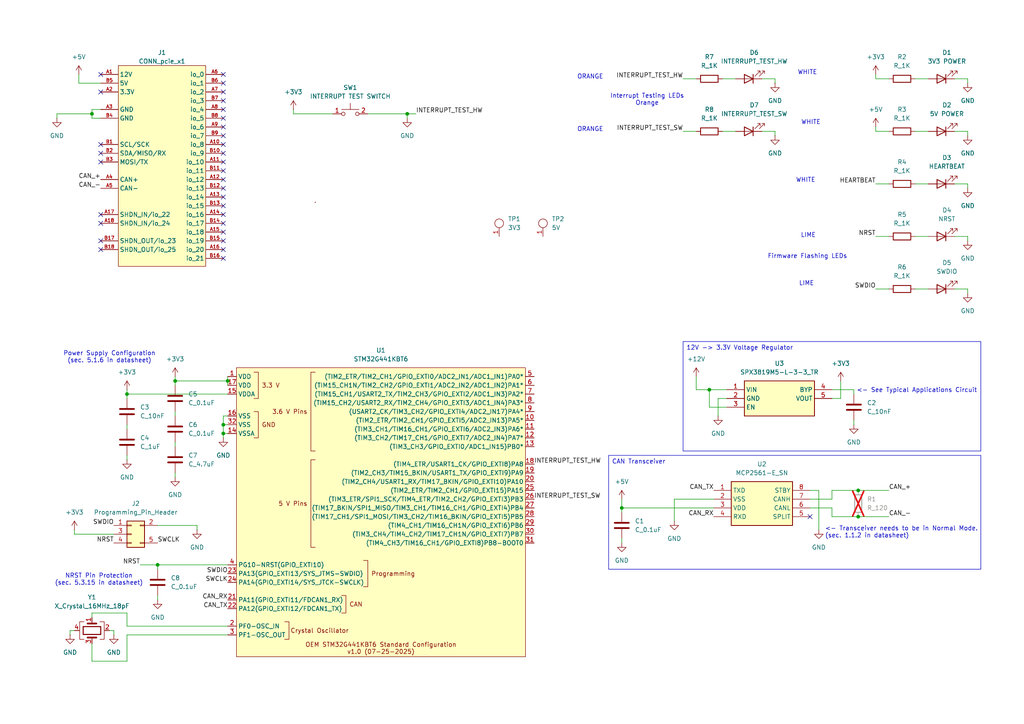
<source format=kicad_sch>
(kicad_sch (version 20250114) (generator "eeschema") (generator_version "9.0")
  (paper "A4")
  (title_block (title "STM32G441KBT6 Development Board") (comment 1 "Hardware: Henry Tejada Deras; Firmware: Jacob Likins"))
  (lib_symbols
    (symbol "OEM:CONN_pcie_x1"
      (property "Reference" "J1" (at 0 30.48 0))
      (property "Value" "CONN_pcie_x1" (at 0 27.94 0))
      (symbol "CONN_pcie_x1_1_1"
        (pin bidirectional line (at -17.78 24.13 0) (length 5) (name "12V") (number "A1"))
        (pin bidirectional line (at -17.78 21.59 0) (length 5) (name "5V") (number "B5"))
        (pin bidirectional line (at -17.78 19.05 0) (length 5) (name "3.3V") (number "A2"))
        (pin bidirectional line (at -17.78 13.97 0) (length 5) (name "GND") (number "A3"))
        (pin bidirectional line (at -17.78 11.43 0) (length 5) (name "GND") (number "B4"))
        (pin bidirectional line (at -17.78 3.81 0) (length 5) (name "SCL/SCK") (number "B1"))
        (pin bidirectional line (at -17.78 1.27 0) (length 5) (name "SDA/MISO/RX") (number "B2"))
        (pin bidirectional line (at -17.78 -1.27 0) (length 5) (name "MOSI/TX") (number "B3"))
        (pin bidirectional line (at -17.78 -6.35 0) (length 5) (name "CAN+") (number "A4"))
        (pin bidirectional line (at -17.78 -8.89 0) (length 5) (name "CAN-") (number "A5"))
        (pin bidirectional line (at -17.78 -16.51 0) (length 5) (name "SHDN_IN/io_22") (number "A17"))
        (pin bidirectional line (at -17.78 -19.05 0) (length 5) (name "SHDN_IN/io_24") (number "A18"))
        (pin bidirectional line (at -17.78 -24.13 0) (length 5) (name "SHDN_OUT/io_23") (number "B17"))
        (pin bidirectional line (at -17.78 -26.67 0) (length 5) (name "SHDN_OUT/io_25") (number "B18"))
        (pin bidirectional line (at 17.78 24.13 180) (length 5) (name "io_0") (number "A6"))
        (pin bidirectional line (at 17.78 21.59 180) (length 5) (name "io_1") (number "B6"))
        (pin bidirectional line (at 17.78 19.05 180) (length 5) (name "io_2") (number "A7"))
        (pin bidirectional line (at 17.78 16.51 180) (length 5) (name "io_3") (number "B7"))
        (pin bidirectional line (at 17.78 13.97 180) (length 5) (name "io_4") (number "A8"))
        (pin bidirectional line (at 17.78 11.43 180) (length 5) (name "io_5") (number "B8"))
        (pin bidirectional line (at 17.78 8.89 180) (length 5) (name "io_6") (number "A9"))
        (pin bidirectional line (at 17.78 6.35 180) (length 5) (name "io_7") (number "B9"))
        (pin bidirectional line (at 17.78 3.81 180) (length 5) (name "io_8") (number "A10"))
        (pin bidirectional line (at 17.78 1.27 180) (length 5) (name "io_9") (number "B10"))
        (pin bidirectional line (at 17.78 -1.27 180) (length 5) (name "io_10") (number "A11"))
        (pin bidirectional line (at 17.78 -3.81 180) (length 5) (name "io_11") (number "B11"))
        (pin bidirectional line (at 17.78 -6.35 180) (length 5) (name "io_12") (number "A12"))
        (pin bidirectional line (at 17.78 -8.89 180) (length 5) (name "io_13") (number "B12"))
        (pin bidirectional line (at 17.78 -11.43 180) (length 5) (name "io_14") (number "A13"))
        (pin bidirectional line (at 17.78 -13.97 180) (length 5) (name "io_15") (number "B13"))
        (pin bidirectional line (at 17.78 -16.51 180) (length 5) (name "io_16") (number "A14"))
        (pin bidirectional line (at 17.78 -19.05 180) (length 5) (name "io_17") (number "B14"))
        (pin bidirectional line (at 17.78 -21.59 180) (length 5) (name "io_18") (number "A15"))
        (pin bidirectional line (at 17.78 -24.13 180) (length 5) (name "io_19") (number "B15"))
        (pin bidirectional line (at 17.78 -26.67 180) (length 5) (name "io_20") (number "A16"))
        (pin bidirectional line (at 17.78 -29.21 180) (length 5) (name "io_21") (number "B16"))
      )
    )
    (symbol "OEM:C_0.1uF" (pin_numbers (hide yes)) (pin_names (offset 0.254))
      (property "Reference" "C" (at 0.635 2.54 0))
      (property "Value" "C_0.1uF" (at 0.635 -2.54 0))
      (symbol "C_0.1uF_1_1"
        (pin passive line (at 0 3.81 270) (length 2.794) (name "~") (number "1"))
        (pin passive line (at 0 -3.81 90) (length 2.794) (name "~") (number "2"))
      )
    )
    (symbol "OEM:C_10nF" (pin_numbers (hide yes)) (pin_names (offset 0.254))
      (property "Reference" "C" (at 0.635 2.54 0))
      (property "Value" "C_10nF" (at 0.635 -2.54 0))
      (symbol "C_10nF_1_1"
        (pin passive line (at 0 3.81 270) (length 2.794) (name "~") (number "1"))
        (pin passive line (at 0 -3.81 90) (length 2.794) (name "~") (number "2"))
      )
    )
    (symbol "OEM:C_1uF" (pin_numbers (hide yes)) (pin_names (offset 0.254))
      (property "Reference" "C" (at 0.635 2.54 0))
      (property "Value" "C_1uF" (at 0.635 -2.54 0))
      (symbol "C_1uF_1_1"
        (pin passive line (at 0 3.81 270) (length 2.794) (name "~") (number "1"))
        (pin passive line (at 0 -3.81 90) (length 2.794) (name "~") (number "2"))
      )
    )
    (symbol "OEM:C_4.7uF" (pin_numbers (hide yes)) (pin_names (offset 0.254))
      (property "Reference" "C" (at 0.635 2.54 0))
      (property "Value" "C_4.7uF" (at 0.635 -2.54 0))
      (symbol "C_4.7uF_1_1"
        (pin passive line (at 0 3.81 270) (length 2.794) (name "~") (number "1"))
        (pin passive line (at 0 -3.81 90) (length 2.794) (name "~") (number "2"))
      )
    )
    (symbol "OEM:LED_AMBER" (pin_numbers (hide yes)) (pin_names (offset 1.016) (hide yes))
      (property "Reference" "D" (at 0 2.54 0))
      (property "Value" "LED_AMBER" (at 0 -2.54 0))
      (symbol "LED_AMBER_1_1"
        (pin passive line (at -3.81 0 0) (length 2.54) (name "K") (number "1"))
        (pin passive line (at 3.81 0 180) (length 2.54) (name "A") (number "2"))
      )
    )
    (symbol "OEM:LED_GREEN" (pin_numbers (hide yes)) (pin_names (offset 1.016) (hide yes))
      (property "Reference" "D" (at 0 2.54 0))
      (property "Value" "LED_GREEN" (at 0 -2.54 0))
      (symbol "LED_GREEN_1_1"
        (pin passive line (at -3.81 0 0) (length 2.54) (name "K") (number "1"))
        (pin passive line (at 3.81 0 180) (length 2.54) (name "A") (number "2"))
      )
    )
    (symbol "OEM:LED_WHITE" (pin_numbers (hide yes)) (pin_names (offset 1.016) (hide yes))
      (property "Reference" "D" (at 0 2.54 0))
      (property "Value" "LED_WHITE" (at 0 -2.54 0))
      (symbol "LED_WHITE_1_1"
        (pin passive line (at -3.81 0 0) (length 2.54) (name "K") (number "1"))
        (pin passive line (at 3.81 0 180) (length 2.54) (name "A") (number "2"))
      )
    )
    (symbol "OEM:R_120" (pin_numbers (hide yes)) (pin_names (offset 0))
      (property "Reference" "R" (at 2.032 0 90))
      (property "Value" "R_120" (at 0 0 90))
      (symbol "R_120_1_1"
        (pin passive line (at 0 3.81 270) (length 1.27) (name "~") (number "1"))
        (pin passive line (at 0 -3.81 90) (length 1.27) (name "~") (number "2"))
      )
    )
    (symbol "OEM:R_1K" (pin_numbers (hide yes)) (pin_names (offset 0))
      (property "Reference" "R" (at 2.032 0 90))
      (property "Value" "R_1K" (at 0 0 90))
      (symbol "R_1K_1_1"
        (pin passive line (at 0 3.81 270) (length 1.27) (name "~") (number "1"))
        (pin passive line (at 0 -3.81 90) (length 1.27) (name "~") (number "2"))
      )
    )
    (symbol "OEM:SW_Push_SPST_NO" (pin_names (offset 1.016) (hide yes))
      (property "Reference" "SW" (at 2.54 3.81 0))
      (property "Value" "SW_Push_SPST_NO" (at 1.27 -2.54 0))
      (symbol "SW_Push_SPST_NO_1_1"
        (pin passive line (at -5.08 0 0) (length 2.54) (name "1") (number "1"))
        (pin passive line (at 5.08 0 180) (length 2.54) (name "2") (number "2"))
      )
    )
    (symbol "OEM:TP_SMD" (pin_names (offset 1.016))
      (property "Reference" "TP" (at 0 7.62 0))
      (property "Value" "TP_SMD" (at 1.27 5.08 0))
      (symbol "TP_SMD_1_1"
        (pin input line (at 0 -1.27 90) (length 2.54) (name "~") (number "1"))
      )
    )
    (symbol "OEM:X_Crystal_16MHz_18pF" (pin_names (offset 1.016) (hide yes))
      (property "Reference" "Y" (at 3.175 5.08 0))
      (property "Value" "X_Crystal_16MHz_18pF" (at 3.175 3.175 0))
      (symbol "X_Crystal_16MHz_18pF_1_1"
        (pin passive line (at -3.81 0 0) (length 1.27) (name "1") (number "1"))
        (pin passive line (at 0 5.08 270) (length 1.27) (name "2") (number "2"))
        (pin passive line (at 0 -5.08 90) (length 1.27) (name "4") (number "4"))
        (pin passive line (at 3.81 0 180) (length 1.27) (name "3") (number "3"))
      )
    )
    (symbol "power:+12V" (power) (pin_numbers (hide yes)) (pin_names (offset 0) (hide yes))
      (property "Value" "+12V" (at 0 3.556 0))
      (symbol "+12V_1_1"
        (pin power_in line (at 0 0 90) (length 0) (name "~") (number "1"))
      )
    )
    (symbol "power:+3V3" (power) (pin_numbers (hide yes)) (pin_names (offset 0) (hide yes))
      (property "Value" "+3V3" (at 0 3.556 0))
      (symbol "+3V3_1_1"
        (pin power_in line (at 0 0 90) (length 0) (name "~") (number "1"))
      )
    )
    (symbol "power:+5V" (power) (pin_numbers (hide yes)) (pin_names (offset 0) (hide yes))
      (property "Value" "+5V" (at 0 3.556 0))
      (symbol "+5V_1_1"
        (pin power_in line (at 0 0 90) (length 0) (name "~") (number "1"))
      )
    )
    (symbol "power:GND" (power) (pin_numbers (hide yes)) (pin_names (offset 0) (hide yes))
      (property "Value" "GND" (at 0 -3.81 0))
      (symbol "GND_1_1"
        (pin power_in line (at 0 0 270) (length 0) (name "~") (number "1"))
      )
    )
    (symbol "stm32g441kb:MCP2561-E_SN"
      (property "Reference" "U" (at 0 10.668 0))
      (property "Value" "MCP2561-E_SN" (at 0 8.382 0))
      (symbol "MCP2561-E_SN_1_1"
        (pin passive line (at -13.97 3.81 0) (length 5.08) (name "TXD") (number "1"))
        (pin passive line (at -13.97 1.27 0) (length 5.08) (name "VSS") (number "2"))
        (pin passive line (at -13.97 -1.27 0) (length 5.08) (name "VDD") (number "3"))
        (pin passive line (at -13.97 -3.81 0) (length 5.08) (name "RXD") (number "4"))
        (pin passive line (at 13.97 3.81 180) (length 5.08) (name "STBY") (number "8"))
        (pin passive line (at 13.97 1.27 180) (length 5.08) (name "CANH") (number "7"))
        (pin passive line (at 13.97 -1.27 180) (length 5.08) (name "CANL") (number "6"))
        (pin passive line (at 13.97 -3.81 180) (length 5.08) (name "SPLIT") (number "5"))
      )
    )
    (symbol "stm32g441kb:Programming_Pin_Header" (pin_names (offset 1.016) (hide yes))
      (property "Reference" "J" (at 1.27 5.08 0))
      (property "Value" "Programming_Pin_Header" (at 1.27 -5.08 0))
      (symbol "Programming_Pin_Header_1_1"
        (pin passive line (at -5.08 2.54 0) (length 3.81) (name "Pin_1") (number "1"))
        (pin passive line (at -5.08 0 0) (length 3.81) (name "Pin_3") (number "3"))
        (pin passive line (at -5.08 -2.54 0) (length 3.81) (name "Pin_4") (number "4"))
        (pin passive line (at 7.62 2.54 180) (length 3.81) (name "Pin_2") (number "2"))
        (pin passive line (at 7.62 -2.54 180) (length 3.81) (name "Pin_5") (number "5"))
      )
    )
    (symbol "stm32g441kb:SPX3819M5-L-3-3_TR"
      (property "Reference" "U" (at 0 10.16 0))
      (property "Value" "SPX3819M5-L-3-3_TR" (at 0 7.62 0))
      (symbol "SPX3819M5-L-3-3_TR_1_1"
        (pin passive line (at -15.24 2.54 0) (length 5.08) (name "VIN") (number "1"))
        (pin passive line (at -15.24 0 0) (length 5.08) (name "GND") (number "2"))
        (pin passive line (at -15.24 -2.54 0) (length 5.08) (name "EN") (number "3"))
        (pin passive line (at 15.24 2.54 180) (length 5.08) (name "BYP") (number "4"))
        (pin passive line (at 15.24 0 180) (length 5.08) (name "VOUT") (number "5"))
      )
    )
    (symbol "stm32g441kb:STM32G441KBT6"
      (property "Reference" "U" (at 0 45.72 0))
      (property "Value" "STM32G441KBT6" (at 0 43.434 0))
      (symbol "STM32G441KBT6_1_1"
        (text " 3.3 V" (at -35.56 36.83 0) (effects (font (size 1.27 1.27)) (justify left)))
        (text " GND" (at -35.56 25.4 0) (effects (font (size 1.27 1.27)) (justify left)))
        (text "3.6 V Pins " (at -20.32 29.21 0) (effects (font (size 1.27 1.27)) (justify right)))
        (text "5 V Pins " (at -20.32 2.54 0) (effects (font (size 1.27 1.27)) (justify right)))
        (text "Crystal Oscillator" (at -17.78 -34.29 0) (effects (font (size 1.27 1.27))))
        (text " CAN" (at -10.16 -26.67 0) (effects (font (size 1.27 1.27)) (justify left)))
        (text " Programming" (at -3.81 -17.78 0) (effects (font (size 1.27 1.27)) (justify left)))
        (text "OEM STM32G441KBT6 Standard Configuration\nv1.0 (07-25-2025)" (at 0 -39.37 0) (effects (font (size 1.27 1.27))))
        (pin power_in line (at -44.45 39.37 0) (length 2.54) (name "VDD") (number "1"))
        (pin power_in line (at -44.45 36.83 0) (length 2.54) (name "VDD") (number "17"))
        (pin power_in line (at -44.45 34.29 0) (length 2.54) (name "VDDA") (number "15"))
        (pin power_in line (at -44.45 27.94 0) (length 2.54) (name "VSS") (number "16"))
        (pin power_in line (at -44.45 25.4 0) (length 2.54) (name "VSS") (number "32"))
        (pin power_in line (at -44.45 22.86 0) (length 2.54) (name "VSSA") (number "14"))
        (pin bidirectional line (at -44.45 -15.24 0) (length 2.54) (name "PG10-NRST(GPIO_EXTI10)") (number "4"))
        (pin bidirectional line (at -44.45 -17.78 0) (length 2.54) (name "PA13(GPIO_EXTI13/SYS_JTMS-SWDIO)") (number "23"))
        (pin bidirectional line (at -44.45 -20.32 0) (length 2.54) (name "PA14(GPIO_EXTI14/SYS_JTCK-SWCLK)") (number "24"))
        (pin bidirectional line (at -44.45 -25.4 0) (length 2.54) (name "PA11(GPIO_EXTI11/FDCAN1_RX)") (number "21"))
        (pin bidirectional line (at -44.45 -27.94 0) (length 2.54) (name "PA12(GPIO_EXTI12/FDCAN1_TX)") (number "22"))
        (pin bidirectional line (at -44.45 -33.02 0) (length 2.54) (name "PF0-OSC_IN") (number "2"))
        (pin bidirectional line (at -44.45 -35.56 0) (length 2.54) (name "PF1-OSC_OUT") (number "3"))
        (pin bidirectional line (at 44.45 39.37 180) (length 2.54) (name "(TIM2_ETR/TIM2_CH1/GPIO_EXTI0/ADC2_IN1/ADC1_IN1)PA0*") (number "5"))
        (pin bidirectional line (at 44.45 36.83 180) (length 2.54) (name "(TIM15_CH1N/TIM2_CH2/GPIO_EXTI1/ADC2_IN2/ADC1_IN2)PA1*") (number "6"))
        (pin bidirectional line (at 44.45 34.29 180) (length 2.54) (name "(TIM15_CH1/USART2_TX/TIM2_CH3/GPIO_EXTI2/ADC1_IN3)PA2*") (number "7"))
        (pin bidirectional line (at 44.45 31.75 180) (length 2.54) (name "(TIM15_CH2/USART2_RX/TIM2_CH4/GPIO_EXTI3/ADC1_IN4)PA3*") (number "8"))
        (pin bidirectional line (at 44.45 29.21 180) (length 2.54) (name "(USART2_CK/TIM3_CH2/GPIO_EXTI4/ADC2_IN17)PA4*") (number "9"))
        (pin bidirectional line (at 44.45 26.67 180) (length 2.54) (name "(TIM2_ETR/TIM2_CH1/GPIO_EXTI5/ADC2_IN13)PA5*") (number "10"))
        (pin bidirectional line (at 44.45 24.13 180) (length 2.54) (name "(TIM3_CH1/TIM16_CH1/GPIO_EXTI6/ADC2_IN3)PA6*") (number "11"))
        (pin bidirectional line (at 44.45 21.59 180) (length 2.54) (name "(TIM3_CH2/TIM17_CH1/GPIO_EXTI7/ADC2_IN4)PA7*") (number "12"))
        (pin bidirectional line (at 44.45 19.05 180) (length 2.54) (name "(TIM3_CH3/GPIO_EXTI0/ADC1_IN15)PB0*") (number "13"))
        (pin bidirectional line (at 44.45 13.97 180) (length 2.54) (name "(TIM4_ETR/USART1_CK/GPIO_EXTI8)PA8") (number "18"))
        (pin bidirectional line (at 44.45 11.43 180) (length 2.54) (name "(TIM2_CH3/TIM15_BKIN/USART1_TX/GPIO_EXTI9)PA9") (number "19"))
        (pin bidirectional line (at 44.45 8.89 180) (length 2.54) (name "(TIM2_CH4/USART1_RX/TIM17_BKIN/GPIO_EXTI10)PA10") (number "20"))
        (pin bidirectional line (at 44.45 6.35 180) (length 2.54) (name "(TIM2_ETR/TIM2_CH1/GPIO_EXTI15)PA15") (number "25"))
        (pin bidirectional line (at 44.45 3.81 180) (length 2.54) (name "(TIM3_ETR/SPI1_SCK/TIM4_ETR/TIM2_CH2/GPIO_EXTI3)PB3") (number "26"))
        (pin bidirectional line (at 44.45 1.27 180) (length 2.54) (name "(TIM17_BKIN/SPI1_MISO/TIM3_CH1/TIM16_CH1/GPIO_EXTI4)PB4") (number "27"))
        (pin bidirectional line (at 44.45 -1.27 180) (length 2.54) (name "(TIM17_CH1/SPI1_MOSI/TIM3_CH2/TIM16_BKIN/GPIO_EXTI5)PB5") (number "28"))
        (pin bidirectional line (at 44.45 -3.81 180) (length 2.54) (name "(TIM4_CH1/TIM16_CH1N/GPIO_EXTI6)PB6") (number "29"))
        (pin bidirectional line (at 44.45 -6.35 180) (length 2.54) (name "(TIM3_CH4/TIM4_CH2/TIM17_CH1N/GPIO_EXTI7)PB7") (number "30"))
        (pin bidirectional line (at 44.45 -8.89 180) (length 2.54) (name "(TIM4_CH3/TIM16_CH1/GPIO_EXTI8)PB8-BOOT0") (number "31"))
      )
    )
  )
  (text "ORANGE" (at 171.196 37.592 0) (effects (font (size 1.27 1.27))))
  (text "WHITE" (at 234.188 21.082 0) (effects (font (size 1.27 1.27))))
  (text "LIME" (at 233.934 82.296 0) (effects (font (size 1.27 1.27))))
  (text "<- Transceiver needs to be in Normal Mode.\n(sec. 1.1.2 in datasheet)" (at 239.268 154.432 0) (effects (font (size 1.27 1.27)) (justify left)))
  (text "Interrupt Testing LEDs\nOrange" (at 187.706 28.956 0) (effects (font (size 1.27 1.27))))
  (text "LIME" (at 234.442 68.326 0) (effects (font (size 1.27 1.27))))
  (text "NRST Pin Protection\n(sec. 5.3.15 in datasheet)" (at 28.702 168.148 0) (effects (font (size 1.27 1.27))))
  (text "WHITE" (at 233.68 52.324 0) (effects (font (size 1.27 1.27))))
  (text "Power Supply Configuration\n(sec. 5.1.6 in datasheet)" (at 31.75 103.632 0) (effects (font (size 1.27 1.27))))
  (text "ORANGE" (at 171.196 22.352 0) (effects (font (size 1.27 1.27))))
  (text "WHITE" (at 235.204 35.56 0) (effects (font (size 1.27 1.27))))
  (text "Firmware Flashing LEDs" (at 234.188 74.422 0) (effects (font (size 1.27 1.27))))
  (text "<- See Typical Applications Circuit" (at 265.938 113.284 0) (effects (font (size 1.27 1.27))))
  (text_box "12V -> 3.3V Voltage Regulator" (at 198.12 99.06 0) (size 86.36 31.75) (margins 0.9525 0.9525 0.9525 0.9525) (effects (font (size 1.27 1.27)) (justify left top)))
  (text_box "CAN Transceiver" (at 176.53 132.08 0) (size 107.95 33.02) (margins 0.9525 0.9525 0.9525 0.9525) (effects (font (size 1.27 1.27)) (justify left top)))
  (junction (at 64.77 123.19))
  (junction (at 205.74 113.03))
  (junction (at 36.83 114.3))
  (junction (at 118.11 33.02))
  (junction (at 50.8 110.49))
  (junction (at 248.92 142.24))
  (junction (at 26.67 33.02))
  (junction (at 45.72 163.83))
  (junction (at 66.04 110.49))
  (junction (at 64.77 125.73))
  (junction (at 248.92 149.86))
  (junction (at 180.34 147.32))
  (no_connect (at 29.21 44.45))
  (no_connect (at 64.77 34.29))
  (no_connect (at 29.21 41.91))
  (no_connect (at 64.77 59.69))
  (no_connect (at 29.21 21.59))
  (no_connect (at 29.21 46.99))
  (no_connect (at 64.77 62.23))
  (no_connect (at 29.21 72.39))
  (no_connect (at 64.77 72.39))
  (no_connect (at 64.77 44.45))
  (no_connect (at 64.77 39.37))
  (no_connect (at 64.77 41.91))
  (no_connect (at 64.77 57.15))
  (no_connect (at 64.77 31.75))
  (no_connect (at 64.77 21.59))
  (no_connect (at 29.21 64.77))
  (no_connect (at 64.77 74.93))
  (no_connect (at 234.95 149.86))
  (no_connect (at 64.77 24.13))
  (no_connect (at 29.21 62.23))
  (no_connect (at 64.77 67.31))
  (no_connect (at 29.21 69.85))
  (no_connect (at 64.77 26.67))
  (no_connect (at 64.77 52.07))
  (no_connect (at 64.77 36.83))
  (no_connect (at 64.77 54.61))
  (no_connect (at 64.77 49.53))
  (no_connect (at 64.77 29.21))
  (no_connect (at 29.21 26.67))
  (no_connect (at 64.77 64.77))
  (no_connect (at 64.77 46.99))
  (no_connect (at 64.77 69.85))
  (wire (pts (xy 26.67 33.02) (xy 26.67 34.29)))
  (wire (pts (xy 248.92 149.86) (xy 257.81 149.86)))
  (wire (pts (xy 201.93 22.86) (xy 198.12 22.86)))
  (wire (pts (xy 20.32 182.88) (xy 21.59 182.88)))
  (wire (pts (xy 234.95 147.32) (xy 241.3 147.32)))
  (wire (pts (xy 57.15 152.4) (xy 57.15 153.67)))
  (wire (pts (xy 29.21 31.75) (xy 26.67 31.75)))
  (wire (pts (xy 64.77 125.73) (xy 64.77 127)))
  (wire (pts (xy 241.3 115.57) (xy 243.84 115.57)))
  (wire (pts (xy 45.72 152.4) (xy 57.15 152.4)))
  (wire (pts (xy 66.04 110.49) (xy 66.04 111.76)))
  (wire (pts (xy 85.09 31.75) (xy 85.09 33.02)))
  (wire (pts (xy 36.83 114.3) (xy 66.04 114.3)))
  (wire (pts (xy 257.81 83.82) (xy 254 83.82)))
  (wire (pts (xy 234.95 144.78) (xy 241.3 144.78)))
  (wire (pts (xy 33.02 184.15) (xy 33.02 182.88)))
  (wire (pts (xy 234.95 142.24) (xy 237.49 142.24)))
  (wire (pts (xy 66.04 125.73) (xy 64.77 125.73)))
  (wire (pts (xy 50.8 109.22) (xy 50.8 110.49)))
  (wire (pts (xy 257.81 38.1) (xy 254 38.1)))
  (wire (pts (xy 220.98 38.1) (xy 224.79 38.1)))
  (wire (pts (xy 36.83 184.15) (xy 66.04 184.15)))
  (wire (pts (xy 241.3 147.32) (xy 241.3 149.86)))
  (wire (pts (xy 45.72 172.72) (xy 45.72 173.99)))
  (wire (pts (xy 36.83 191.77) (xy 36.83 184.15)))
  (wire (pts (xy 205.74 113.03) (xy 201.93 113.03)))
  (wire (pts (xy 66.04 109.22) (xy 66.04 110.49)))
  (wire (pts (xy 241.3 142.24) (xy 248.92 142.24)))
  (wire (pts (xy 257.81 68.58) (xy 254 68.58)))
  (wire (pts (xy 96.52 33.02) (xy 85.09 33.02)))
  (wire (pts (xy 26.67 34.29) (xy 29.21 34.29)))
  (wire (pts (xy 36.83 132.08) (xy 36.83 133.35)))
  (wire (pts (xy 40.64 163.83) (xy 45.72 163.83)))
  (wire (pts (xy 21.59 153.67) (xy 21.59 154.94)))
  (wire (pts (xy 276.86 38.1) (xy 280.67 38.1)))
  (wire (pts (xy 201.93 38.1) (xy 198.12 38.1)))
  (wire (pts (xy 180.34 148.59) (xy 180.34 147.32)))
  (wire (pts (xy 26.67 191.77) (xy 36.83 191.77)))
  (wire (pts (xy 180.34 147.32) (xy 207.01 147.32)))
  (wire (pts (xy 209.55 22.86) (xy 213.36 22.86)))
  (wire (pts (xy 45.72 163.83) (xy 66.04 163.83)))
  (wire (pts (xy 220.98 22.86) (xy 224.79 22.86)))
  (wire (pts (xy 257.81 53.34) (xy 254 53.34)))
  (wire (pts (xy 224.79 38.1) (xy 224.79 39.37)))
  (wire (pts (xy 66.04 110.49) (xy 50.8 110.49)))
  (wire (pts (xy 36.83 115.57) (xy 36.83 114.3)))
  (wire (pts (xy 45.72 163.83) (xy 45.72 165.1)))
  (wire (pts (xy 50.8 119.38) (xy 50.8 120.65)))
  (wire (pts (xy 276.86 68.58) (xy 280.67 68.58)))
  (wire (pts (xy 280.67 22.86) (xy 280.67 24.13)))
  (wire (pts (xy 205.74 118.11) (xy 205.74 113.03)))
  (wire (pts (xy 265.43 38.1) (xy 269.24 38.1)))
  (wire (pts (xy 280.67 83.82) (xy 280.67 85.09)))
  (wire (pts (xy 280.67 53.34) (xy 280.67 54.61)))
  (wire (pts (xy 207.01 144.78) (xy 195.58 144.78)))
  (wire (pts (xy 26.67 31.75) (xy 26.67 33.02)))
  (wire (pts (xy 276.86 22.86) (xy 280.67 22.86)))
  (wire (pts (xy 247.65 121.92) (xy 247.65 123.19)))
  (wire (pts (xy 50.8 110.49) (xy 50.8 111.76)))
  (wire (pts (xy 265.43 53.34) (xy 269.24 53.34)))
  (wire (pts (xy 209.55 38.1) (xy 213.36 38.1)))
  (wire (pts (xy 36.83 113.03) (xy 36.83 114.3)))
  (wire (pts (xy 247.65 113.03) (xy 241.3 113.03)))
  (wire (pts (xy 241.3 144.78) (xy 241.3 142.24)))
  (wire (pts (xy 224.79 22.86) (xy 224.79 24.13)))
  (wire (pts (xy 280.67 68.58) (xy 280.67 69.85)))
  (wire (pts (xy 265.43 22.86) (xy 269.24 22.86)))
  (wire (pts (xy 16.51 33.02) (xy 16.51 34.29)))
  (wire (pts (xy 36.83 124.46) (xy 36.83 123.19)))
  (wire (pts (xy 36.83 181.61) (xy 36.83 177.8)))
  (wire (pts (xy 33.02 182.88) (xy 31.75 182.88)))
  (wire (pts (xy 26.67 186.69) (xy 26.67 191.77)))
  (wire (pts (xy 180.34 157.48) (xy 180.34 156.21)))
  (wire (pts (xy 254 38.1) (xy 254 36.83)))
  (wire (pts (xy 276.86 53.34) (xy 280.67 53.34)))
  (wire (pts (xy 280.67 38.1) (xy 280.67 39.37)))
  (wire (pts (xy 50.8 128.27) (xy 50.8 129.54)))
  (wire (pts (xy 29.21 24.13) (xy 22.86 24.13)))
  (wire (pts (xy 64.77 120.65) (xy 64.77 123.19)))
  (wire (pts (xy 22.86 24.13) (xy 22.86 21.59)))
  (wire (pts (xy 64.77 123.19) (xy 66.04 123.19)))
  (wire (pts (xy 247.65 114.3) (xy 247.65 113.03)))
  (wire (pts (xy 118.11 33.02) (xy 118.11 34.29)))
  (wire (pts (xy 210.82 115.57) (xy 208.28 115.57)))
  (wire (pts (xy 265.43 83.82) (xy 269.24 83.82)))
  (wire (pts (xy 16.51 33.02) (xy 26.67 33.02)))
  (wire (pts (xy 118.11 33.02) (xy 120.65 33.02)))
  (wire (pts (xy 195.58 144.78) (xy 195.58 151.13)))
  (wire (pts (xy 36.83 181.61) (xy 66.04 181.61)))
  (wire (pts (xy 201.93 113.03) (xy 201.93 109.22)))
  (wire (pts (xy 208.28 115.57) (xy 208.28 120.65)))
  (wire (pts (xy 237.49 142.24) (xy 237.49 153.67)))
  (wire (pts (xy 180.34 144.78) (xy 180.34 147.32)))
  (wire (pts (xy 50.8 137.16) (xy 50.8 138.43)))
  (wire (pts (xy 210.82 113.03) (xy 205.74 113.03)))
  (wire (pts (xy 254 22.86) (xy 254 21.59)))
  (wire (pts (xy 20.32 184.15) (xy 20.32 182.88)))
  (wire (pts (xy 21.59 154.94) (xy 33.02 154.94)))
  (wire (pts (xy 265.43 68.58) (xy 269.24 68.58)))
  (wire (pts (xy 26.67 177.8) (xy 26.67 179.07)))
  (wire (pts (xy 64.77 125.73) (xy 64.77 123.19)))
  (wire (pts (xy 106.68 33.02) (xy 118.11 33.02)))
  (wire (pts (xy 241.3 149.86) (xy 248.92 149.86)))
  (wire (pts (xy 210.82 118.11) (xy 205.74 118.11)))
  (wire (pts (xy 66.04 120.65) (xy 64.77 120.65)))
  (wire (pts (xy 36.83 177.8) (xy 26.67 177.8)))
  (wire (pts (xy 248.92 142.24) (xy 257.81 142.24)))
  (wire (pts (xy 276.86 83.82) (xy 280.67 83.82)))
  (wire (pts (xy 243.84 110.49) (xy 243.84 115.57)))
  (wire (pts (xy 257.81 22.86) (xy 254 22.86)))
  (label "CAN_+" (at 29.21 52.07 180))
  (label "SWDIO" (at 254 83.82 180))
  (label "CAN_-" (at 29.21 54.61 180))
  (label "SWCLK" (at 45.72 157.48 0))
  (label "CAN_RX" (at 66.04 173.99 180))
  (label "SWCLK" (at 66.04 168.91 180))
  (label "INTERRUPT_TEST_HW" (at 198.12 22.86 180))
  (label "SWDIO" (at 66.04 166.37 180))
  (label "CAN_TX" (at 207.01 142.24 180))
  (label "NRST" (at 254 68.58 180))
  (label "INTERRUPT_TEST_HW" (at 120.65 33.02 0))
  (label "CAN_+" (at 257.81 142.24 0))
  (label "NRST" (at 33.02 157.48 180))
  (label "CAN_-" (at 257.81 149.86 0))
  (label "INTERRUPT_TEST_SW" (at 198.12 38.1 180))
  (label "CAN_RX" (at 207.01 149.86 180))
  (label "NRST" (at 40.64 163.83 180))
  (label "INTERRUPT_TEST_SW" (at 154.94 144.78 0))
  (label "INTERRUPT_TEST_HW" (at 154.94 134.62 0))
  (label "SWDIO" (at 33.02 152.4 180))
  (label "CAN_TX" (at 66.04 176.53 180))
  (label "HEARTBEAT" (at 254 53.34 180))
  (symbol (lib_id "OEM:R_1K") (at 261.62 38.1 90) (unit 1)
    (property "Reference" "R3" (at 261.62 31.75 90))
    (property "Value" "R_1K" (at 261.62 34.29 90))
    (property "Footprint" "OEM:R_0603" (effects (hide yes)))
    (property "Datasheet" "${OEM_DIR}/parts/datasheets/stackpole_RMCF_RMCP.pdf" (effects (hide yes)))
    (property "Description" "Resistor 1K ohm 0603 1/10W 1%" (effects (hide yes)))
    (property "MPN" "RMCF0603FT1K00" (effects (hide yes)))
    (property "DKPN" "RMCF0603FT1K00TR-ND" (effects (hide yes)))
    (property "MFN" "Stackpole Electronics" (effects (hide yes)))
    (property "NewDesigns" "YES" (effects (hide yes)))
    (property "Stocked" "Reel" (effects (hide yes)))
    (property "Package" "0603" (effects (hide yes)))
    (property "Style" "SMD" (effects (hide yes)))
  )
  (symbol (lib_id "power:GND") (at 224.79 24.13 0) (unit 1)
    (property "Reference" "#PWR031" (effects (hide yes)))
    (property "Value" "GND" (at 224.79 29.21 0))
    (property "Description" "Power symbol creates a global label with name \"GND\" , ground" (effects (hide yes)))
  )
  (symbol (lib_id "OEM:LED_WHITE") (at 273.05 38.1 180) (unit 1)
    (property "Reference" "D2" (at 274.6375 30.48 0))
    (property "Value" "5V POWER" (at 274.6375 33.02 0))
    (property "Footprint" "OEM:CHIPLED_0805" (effects (hide yes)))
    (property "Datasheet" "${OEM_DIR}/parts/datasheets/harvatek_B1701TW--20P000314U1930.pdf" (effects (hide yes)))
    (property "Description" "Light emitting diode" (effects (hide yes)))
    (property "MPN" "B1701TW--20P000314U1930" (effects (hide yes)))
    (property "MFN" "Harvatek" (effects (hide yes)))
    (property "DKPN" "3147-B1701TW--20P000314U1930DKR-ND" (effects (hide yes)))
    (property "Package" "0805" (effects (hide yes)))
    (property "NewDesigns" "Yes" (effects (hide yes)))
    (property "Stocked" "Digi-Reel" (effects (hide yes)))
    (property "Style" "SMD" (effects (hide yes)))
  )
  (symbol (lib_id "OEM:C_10nF") (at 247.65 118.11 0) (unit 1)
    (property "Reference" "C2" (at 251.46 116.8399 0) (effects (justify left)))
    (property "Value" "C_10nF" (at 251.46 119.3799 0) (effects (justify left)))
    (property "Footprint" "OEM:C_0603" (effects (hide yes)))
    (property "Datasheet" "${OEM_DIR}/parts/datasheets/samsung_CL10B103KB8NNNC.pdf" (effects (hide yes)))
    (property "Description" "Unpolarized capacitor 10nF 50V X7R 0603 10000pF" (effects (hide yes)))
    (property "MPN" "CL10B103KB8NNNC" (effects (hide yes)))
    (property "MFN" "Samsung Electro-Mechanics" (effects (hide yes)))
    (property "DKPN" "1276-1009-2-ND" (effects (hide yes)))
    (property "Package" "0603" (effects (hide yes)))
    (property "Stocked" "Reel" (effects (hide yes)))
    (property "NewDesigns" "YES" (effects (hide yes)))
    (property "Style" "SMD" (effects (hide yes)))
  )
  (symbol (lib_id "OEM:R_1K") (at 261.62 53.34 90) (unit 1)
    (property "Reference" "R4" (at 261.62 46.99 90))
    (property "Value" "R_1K" (at 261.62 49.53 90))
    (property "Footprint" "OEM:R_0603" (effects (hide yes)))
    (property "Datasheet" "${OEM_DIR}/parts/datasheets/stackpole_RMCF_RMCP.pdf" (effects (hide yes)))
    (property "Description" "Resistor 1K ohm 0603 1/10W 1%" (effects (hide yes)))
    (property "MPN" "RMCF0603FT1K00" (effects (hide yes)))
    (property "DKPN" "RMCF0603FT1K00TR-ND" (effects (hide yes)))
    (property "MFN" "Stackpole Electronics" (effects (hide yes)))
    (property "NewDesigns" "YES" (effects (hide yes)))
    (property "Stocked" "Reel" (effects (hide yes)))
    (property "Package" "0603" (effects (hide yes)))
    (property "Style" "SMD" (effects (hide yes)))
  )
  (symbol (lib_id "OEM:SW_Push_SPST_NO") (at 101.6 33.02 0) (unit 1)
    (property "Reference" "SW1" (at 101.6 25.4 0))
    (property "Value" "INTERRUPT TEST SWITCH" (at 101.6 27.94 0))
    (property "Footprint" "OEM:SW_B3U-1000P_4.2x1.7mm" (effects (hide yes)))
    (property "Datasheet" "https://omronfs.omron.com/en_US/ecb/products/pdf/en-b3u.pdf" (effects (hide yes)))
    (property "Description" "push button SMD" (effects (hide yes)))
    (property "MPN" "B3U-1000P" (effects (hide yes)))
    (property "MFN" "Omron" (effects (hide yes)))
    (property "DKPN" "SW1020CT-ND" (effects (hide yes)))
    (property "NewDesigns" "YES" (effects (hide yes)))
    (property "Stocked" "Tape" (effects (hide yes)))
    (property "Package" "Custom" (effects (hide yes)))
    (property "Style" "SMD" (effects (hide yes)))
  )
  (symbol (lib_id "power:GND") (at 180.34 157.48 0) (unit 1)
    (property "Reference" "#PWR11" (effects (hide yes)))
    (property "Value" "GND" (at 180.34 162.56 0))
    (property "Description" "Power symbol creates a global label with name \"GND\" , ground" (effects (hide yes)))
  )
  (symbol (lib_id "power:GND") (at 208.28 120.65 0) (unit 1)
    (property "Reference" "#PWR07" (effects (hide yes)))
    (property "Value" "GND" (at 208.28 125.73 0))
    (property "Description" "Power symbol creates a global label with name \"GND\" , ground" (effects (hide yes)))
  )
  (symbol (lib_id "OEM:LED_WHITE") (at 273.05 53.34 180) (unit 1)
    (property "Reference" "D3" (at 274.6375 45.72 0))
    (property "Value" "HEARTBEAT" (at 274.6375 48.26 0))
    (property "Footprint" "OEM:CHIPLED_0805" (effects (hide yes)))
    (property "Datasheet" "${OEM_DIR}/parts/datasheets/harvatek_B1701TW--20P000314U1930.pdf" (effects (hide yes)))
    (property "Description" "Light emitting diode" (effects (hide yes)))
    (property "MPN" "B1701TW--20P000314U1930" (effects (hide yes)))
    (property "MFN" "Harvatek" (effects (hide yes)))
    (property "DKPN" "3147-B1701TW--20P000314U1930DKR-ND" (effects (hide yes)))
    (property "Package" "0805" (effects (hide yes)))
    (property "NewDesigns" "Yes" (effects (hide yes)))
    (property "Stocked" "Digi-Reel" (effects (hide yes)))
    (property "Style" "SMD" (effects (hide yes)))
  )
  (symbol (lib_id "power:+3V3") (at 36.83 113.03 0) (unit 1)
    (property "Reference" "#PWR014" (effects (hide yes)))
    (property "Value" "+3V3" (at 36.83 107.95 0))
    (property "Description" "Power symbol creates a global label with name \"+3V3\"" (effects (hide yes)))
  )
  (symbol (lib_id "OEM:R_1K") (at 261.62 22.86 90) (unit 1)
    (property "Reference" "R2" (at 261.62 16.51 90))
    (property "Value" "R_1K" (at 261.62 19.05 90))
    (property "Footprint" "OEM:R_0603" (effects (hide yes)))
    (property "Datasheet" "${OEM_DIR}/parts/datasheets/stackpole_RMCF_RMCP.pdf" (effects (hide yes)))
    (property "Description" "Resistor 1K ohm 0603 1/10W 1%" (effects (hide yes)))
    (property "MPN" "RMCF0603FT1K00" (effects (hide yes)))
    (property "DKPN" "RMCF0603FT1K00TR-ND" (effects (hide yes)))
    (property "MFN" "Stackpole Electronics" (effects (hide yes)))
    (property "NewDesigns" "YES" (effects (hide yes)))
    (property "Stocked" "Reel" (effects (hide yes)))
    (property "Package" "0603" (effects (hide yes)))
    (property "Style" "SMD" (effects (hide yes)))
  )
  (symbol (lib_id "power:+3V3") (at 85.09 31.75 0) (unit 1)
    (property "Reference" "#PWR028" (effects (hide yes)))
    (property "Value" "+3V3" (at 85.09 26.67 0))
    (property "Description" "Power symbol creates a global label with name \"+3V3\"" (effects (hide yes)))
  )
  (symbol (lib_id "stm32g441kb:STM32G441KBT6") (at 110.49 148.59 0) (unit 1)
    (property "Reference" "U1" (at 110.49 101.6 0))
    (property "Value" "STM32G441KBT6" (at 110.49 104.14 0))
    (property "Footprint" "stm32g441kbt6:STM32G441KBT6" (effects (hide yes)))
    (property "Datasheet" "https://www.st.com/resource/en/datasheet/stm32g441kb.pdf" (effects (hide yes)))
    (property "Description" "OEM STM32G441KBT6 Standard Configuration - v1.0 (07-25-2025)" (effects (hide yes)))
  )
  (symbol (lib_id "power:GND") (at 36.83 133.35 0) (unit 1)
    (property "Reference" "#PWR013" (effects (hide yes)))
    (property "Value" "GND" (at 36.83 138.43 0))
    (property "Description" "Power symbol creates a global label with name \"GND\" , ground" (effects (hide yes)))
  )
  (symbol (lib_id "OEM:TP_SMD") (at 144.78 67.31 0) (unit 1)
    (property "Reference" "TP1" (at 147.32 63.4999 0) (effects (justify left)))
    (property "Value" "3V3" (at 147.32 66.0399 0) (effects (justify left)))
    (property "Footprint" "OEM:Test_Point_SMD" (effects (hide yes)))
    (property "Description" "test point SMD hook" (effects (hide yes)))
    (property "MPN" "5019" (effects (hide yes)))
    (property "MFN" "Keystone" (effects (hide yes)))
    (property "DKPN" "36-5019TR-ND" (effects (hide yes)))
    (property "NewDesigns" "YES" (effects (hide yes)))
    (property "Stocked" "Reel" (effects (hide yes)))
    (property "Package" "Custom" (effects (hide yes)))
    (property "Style" "SMD" (effects (hide yes)))
  )
  (symbol (lib_id "OEM:R_1K") (at 261.62 68.58 90) (unit 1)
    (property "Reference" "R5" (at 261.62 62.23 90))
    (property "Value" "R_1K" (at 261.62 64.77 90))
    (property "Footprint" "OEM:R_0603" (effects (hide yes)))
    (property "Datasheet" "${OEM_DIR}/parts/datasheets/stackpole_RMCF_RMCP.pdf" (effects (hide yes)))
    (property "Description" "Resistor 1K ohm 0603 1/10W 1%" (effects (hide yes)))
    (property "MPN" "RMCF0603FT1K00" (effects (hide yes)))
    (property "DKPN" "RMCF0603FT1K00TR-ND" (effects (hide yes)))
    (property "MFN" "Stackpole Electronics" (effects (hide yes)))
    (property "NewDesigns" "YES" (effects (hide yes)))
    (property "Stocked" "Reel" (effects (hide yes)))
    (property "Package" "0603" (effects (hide yes)))
    (property "Style" "SMD" (effects (hide yes)))
  )
  (symbol (lib_id "power:GND") (at 33.02 184.15 0) (unit 1)
    (property "Reference" "#PWR021" (effects (hide yes)))
    (property "Value" "GND" (at 33.02 189.23 0))
    (property "Description" "Power symbol creates a global label with name \"GND\" , ground" (effects (hide yes)))
  )
  (symbol (lib_id "power:+12V") (at 201.93 109.22 0) (unit 1)
    (property "Reference" "#PWR06" (effects (hide yes)))
    (property "Value" "+12V" (at 201.93 104.14 0))
    (property "Description" "Power symbol creates a global label with name \"+12V\"" (effects (hide yes)))
  )
  (symbol (lib_id "OEM:R_1K") (at 205.74 22.86 90) (unit 1)
    (property "Reference" "R7" (at 205.74 16.51 90))
    (property "Value" "R_1K" (at 205.74 19.05 90))
    (property "Footprint" "OEM:R_0603" (effects (hide yes)))
    (property "Datasheet" "${OEM_DIR}/parts/datasheets/stackpole_RMCF_RMCP.pdf" (effects (hide yes)))
    (property "Description" "Resistor 1K ohm 0603 1/10W 1%" (effects (hide yes)))
    (property "MPN" "RMCF0603FT1K00" (effects (hide yes)))
    (property "DKPN" "RMCF0603FT1K00TR-ND" (effects (hide yes)))
    (property "MFN" "Stackpole Electronics" (effects (hide yes)))
    (property "NewDesigns" "YES" (effects (hide yes)))
    (property "Stocked" "Reel" (effects (hide yes)))
    (property "Package" "0603" (effects (hide yes)))
    (property "Style" "SMD" (effects (hide yes)))
  )
  (symbol (lib_id "power:GND") (at 118.11 34.29 0) (unit 1)
    (property "Reference" "#PWR029" (effects (hide yes)))
    (property "Value" "GND" (at 118.11 39.37 0))
    (property "Description" "Power symbol creates a global label with name \"GND\" , ground" (effects (hide yes)))
  )
  (symbol (lib_id "OEM:C_0.1uF") (at 180.34 152.4 180) (unit 1)
    (property "Reference" "C1" (at 184.15 151.1299 0) (effects (justify right)))
    (property "Value" "C_0.1uF" (at 184.15 153.6699 0) (effects (justify right)))
    (property "Footprint" "OEM:C_0603" (effects (hide yes)))
    (property "Datasheet" "${OEM_DIR}/parts/datasheets/samsung_CL10B104KB8NNWC.pdf" (effects (hide yes)))
    (property "Description" "Unpolarized capacitor 0.1uF 50V X7R 0603" (effects (hide yes)))
    (property "MPN" "CL10B104KB8NNWC" (effects (hide yes)))
    (property "MFN" "Samsung Electro-Mechanics" (effects (hide yes)))
    (property "DKPN" "1276-1935-2-ND" (effects (hide yes)))
    (property "Package" "0603" (effects (hide yes)))
    (property "Stocked" "Reel" (effects (hide yes)))
    (property "NewDesigns" "YES" (effects (hide yes)))
    (property "Style" "SMD" (effects (hide yes)))
  )
  (symbol (lib_id "power:+3V3") (at 21.59 153.67 0) (unit 1)
    (property "Reference" "#PWR019" (effects (hide yes)))
    (property "Value" "+3V3" (at 21.59 148.59 0))
    (property "Description" "Power symbol creates a global label with name \"+3V3\"" (effects (hide yes)))
  )
  (symbol (lib_id "power:GND") (at 45.72 173.99 0) (unit 1)
    (property "Reference" "#PWR018" (effects (hide yes)))
    (property "Value" "GND" (at 45.72 179.07 0))
    (property "Description" "Power symbol creates a global label with name \"GND\" , ground" (effects (hide yes)))
  )
  (symbol (lib_id "OEM:LED_GREEN") (at 273.05 68.58 180) (unit 1)
    (property "Reference" "D4" (at 274.6375 60.96 0))
    (property "Value" "NRST" (at 274.6375 63.5 0))
    (property "Footprint" "OEM:CHIPLED_0805" (effects (hide yes)))
    (property "Datasheet" "${OEM_DIR}/parts/datasheets" (effects (hide yes)))
    (property "Description" "Light emitting diode" (effects (hide yes)))
    (property "Package" "0805" (effects (hide yes)))
    (property "NewDesigns" "No" (effects (hide yes)))
    (property "Stocked" "No" (effects (hide yes)))
    (property "Style" "SMD" (effects (hide yes)))
  )
  (symbol (lib_id "power:GND") (at 280.67 69.85 0) (unit 1)
    (property "Reference" "#PWR025" (effects (hide yes)))
    (property "Value" "GND" (at 280.67 74.93 0))
    (property "Description" "Power symbol creates a global label with name \"GND\" , ground" (effects (hide yes)))
  )
  (symbol (lib_id "power:GND") (at 280.67 39.37 0) (unit 1)
    (property "Reference" "#PWR024" (effects (hide yes)))
    (property "Value" "GND" (at 280.67 44.45 0))
    (property "Description" "Power symbol creates a global label with name \"GND\" , ground" (effects (hide yes)))
  )
  (symbol (lib_id "OEM:C_0.1uF") (at 50.8 115.57 0) (unit 1)
    (property "Reference" "C5" (at 54.61 114.2999 0) (effects (justify left)))
    (property "Value" "C_0.1uF" (at 54.61 116.8399 0) (effects (justify left)))
    (property "Footprint" "OEM:C_0603" (effects (hide yes)))
    (property "Datasheet" "${OEM_DIR}/parts/datasheets/samsung_CL10B104KB8NNWC.pdf" (effects (hide yes)))
    (property "Description" "Unpolarized capacitor 0.1uF 50V X7R 0603" (effects (hide yes)))
    (property "MPN" "CL10B104KB8NNWC" (effects (hide yes)))
    (property "MFN" "Samsung Electro-Mechanics" (effects (hide yes)))
    (property "DKPN" "1276-1935-2-ND" (effects (hide yes)))
    (property "Package" "0603" (effects (hide yes)))
    (property "Stocked" "Reel" (effects (hide yes)))
    (property "NewDesigns" "YES" (effects (hide yes)))
    (property "Style" "SMD" (effects (hide yes)))
  )
  (symbol (lib_id "OEM:C_1uF") (at 36.83 128.27 0) (unit 1)
    (property "Reference" "C4" (at 40.64 126.9999 0) (effects (justify left)))
    (property "Value" "C_1uF" (at 40.64 129.5399 0) (effects (justify left)))
    (property "Footprint" "OEM:C_0603" (effects (hide yes)))
    (property "Datasheet" "https://media.digikey.com/pdf/Data%20Sheets/Samsung%20PDFs/CL10B105KA8NNNC_spec.pdf" (effects (hide yes)))
    (property "Description" "Unpolarized capacitor 1uF 10% 25V X7R 0603" (effects (hide yes)))
    (property "MPN" "CL10B105KA8NNNC" (effects (hide yes)))
    (property "MFN" "Samsung Electro-Mechanics" (effects (hide yes)))
    (property "DKPN" "1276-1184-2-ND" (effects (hide yes)))
    (property "Package" "0603" (effects (hide yes)))
    (property "Stocked" "Reel" (effects (hide yes)))
    (property "NewDesigns" "YES" (effects (hide yes)))
    (property "Style" "SMD" (effects (hide yes)))
  )
  (symbol (lib_id "stm32g441kb:Programming_Pin_Header") (at 38.1 154.94 0) (unit 1)
    (property "Reference" "J2" (at 39.37 146.05 0))
    (property "Value" "Programming_Pin_Header" (at 39.37 148.59 0))
    (property "Footprint" "stm32g441kbt6:Programming_Pin_Header_Keyed" (effects (hide yes)))
    (property "Description" "Programming Pin Header for the STM32G441KBT6 and STM32G474RExx Chips (OEM Standard Configuration v1.0)" (effects (hide yes)))
  )
  (symbol (lib_id "OEM:C_0.1uF") (at 45.72 168.91 0) (unit 1)
    (property "Reference" "C8" (at 49.53 167.6399 0) (effects (justify left)))
    (property "Value" "C_0.1uF" (at 49.53 170.1799 0) (effects (justify left)))
    (property "Footprint" "OEM:C_0603" (effects (hide yes)))
    (property "Datasheet" "${OEM_DIR}/parts/datasheets/samsung_CL10B104KB8NNWC.pdf" (effects (hide yes)))
    (property "Description" "Unpolarized capacitor 0.1uF 50V X7R 0603" (effects (hide yes)))
    (property "MPN" "CL10B104KB8NNWC" (effects (hide yes)))
    (property "MFN" "Samsung Electro-Mechanics" (effects (hide yes)))
    (property "DKPN" "1276-1935-2-ND" (effects (hide yes)))
    (property "Package" "0603" (effects (hide yes)))
    (property "Stocked" "Reel" (effects (hide yes)))
    (property "NewDesigns" "YES" (effects (hide yes)))
    (property "Style" "SMD" (effects (hide yes)))
  )
  (symbol (lib_id "OEM:LED_WHITE") (at 273.05 22.86 180) (unit 1)
    (property "Reference" "D1" (at 274.6375 15.24 0))
    (property "Value" "3V3 POWER" (at 274.6375 17.78 0))
    (property "Footprint" "OEM:CHIPLED_0805" (effects (hide yes)))
    (property "Datasheet" "${OEM_DIR}/parts/datasheets/harvatek_B1701TW--20P000314U1930.pdf" (effects (hide yes)))
    (property "Description" "Light emitting diode" (effects (hide yes)))
    (property "MPN" "B1701TW--20P000314U1930" (effects (hide yes)))
    (property "MFN" "Harvatek" (effects (hide yes)))
    (property "DKPN" "3147-B1701TW--20P000314U1930DKR-ND" (effects (hide yes)))
    (property "Package" "0805" (effects (hide yes)))
    (property "NewDesigns" "Yes" (effects (hide yes)))
    (property "Stocked" "Digi-Reel" (effects (hide yes)))
    (property "Style" "SMD" (effects (hide yes)))
  )
  (symbol (lib_id "OEM:C_10nF") (at 36.83 119.38 0) (unit 1)
    (property "Reference" "C3" (at 40.64 118.1099 0) (effects (justify left)))
    (property "Value" "C_10nF" (at 40.64 120.6499 0) (effects (justify left)))
    (property "Footprint" "OEM:C_0603" (effects (hide yes)))
    (property "Datasheet" "${OEM_DIR}/parts/datasheets/samsung_CL10B103KB8NNNC.pdf" (effects (hide yes)))
    (property "Description" "Unpolarized capacitor 10nF 50V X7R 0603 10000pF" (effects (hide yes)))
    (property "MPN" "CL10B103KB8NNNC" (effects (hide yes)))
    (property "MFN" "Samsung Electro-Mechanics" (effects (hide yes)))
    (property "DKPN" "1276-1009-2-ND" (effects (hide yes)))
    (property "Package" "0603" (effects (hide yes)))
    (property "Stocked" "Reel" (effects (hide yes)))
    (property "NewDesigns" "YES" (effects (hide yes)))
    (property "Style" "SMD" (effects (hide yes)))
  )
  (symbol (lib_id "power:GND") (at 195.58 151.13 0) (unit 1)
    (property "Reference" "#PWR05" (effects (hide yes)))
    (property "Value" "GND" (at 195.58 156.21 0))
    (property "Description" "Power symbol creates a global label with name \"GND\" , ground" (effects (hide yes)))
  )
  (symbol (lib_id "power:GND") (at 280.67 24.13 0) (unit 1)
    (property "Reference" "#PWR022" (effects (hide yes)))
    (property "Value" "GND" (at 280.67 29.21 0))
    (property "Description" "Power symbol creates a global label with name \"GND\" , ground" (effects (hide yes)))
  )
  (symbol (lib_id "power:GND") (at 57.15 153.67 0) (unit 1)
    (property "Reference" "#PWR020" (effects (hide yes)))
    (property "Value" "GND" (at 57.15 158.75 0))
    (property "Description" "Power symbol creates a global label with name \"GND\" , ground" (effects (hide yes)))
  )
  (symbol (lib_id "OEM:C_4.7uF") (at 50.8 133.35 0) (unit 1)
    (property "Reference" "C7" (at 54.61 132.0799 0) (effects (justify left)))
    (property "Value" "C_4.7uF" (at 54.61 134.6199 0) (effects (justify left)))
    (property "Footprint" "OEM:C_0603" (effects (hide yes)))
    (property "Datasheet" "${OEM_DIR}/parts/datasheets" (effects (hide yes)))
    (property "Description" "Unpolarized capacitor 4.7uF 25V X5R 0603" (effects (hide yes)))
    (property "MPN" "GRT188R61E475ME13D" (effects (hide yes)))
    (property "MFN" "Murata" (effects (hide yes)))
    (property "DKPN" "490-12329-6-ND" (effects (hide yes)))
    (property "Package" "0603" (effects (hide yes)))
    (property "Stocked" "Digi-Reel" (effects (hide yes)))
    (property "NewDesigns" "YES" (effects (hide yes)))
    (property "Style" "SMD" (effects (hide yes)))
  )
  (symbol (lib_id "power:GND") (at 280.67 54.61 0) (unit 1)
    (property "Reference" "#PWR026" (effects (hide yes)))
    (property "Value" "GND" (at 280.67 59.69 0))
    (property "Description" "Power symbol creates a global label with name \"GND\" , ground" (effects (hide yes)))
  )
  (symbol (lib_id "OEM:R_1K") (at 261.62 83.82 90) (unit 1)
    (property "Reference" "R6" (at 261.62 77.47 90))
    (property "Value" "R_1K" (at 261.62 80.01 90))
    (property "Footprint" "OEM:R_0603" (effects (hide yes)))
    (property "Datasheet" "${OEM_DIR}/parts/datasheets/stackpole_RMCF_RMCP.pdf" (effects (hide yes)))
    (property "Description" "Resistor 1K ohm 0603 1/10W 1%" (effects (hide yes)))
    (property "MPN" "RMCF0603FT1K00" (effects (hide yes)))
    (property "DKPN" "RMCF0603FT1K00TR-ND" (effects (hide yes)))
    (property "MFN" "Stackpole Electronics" (effects (hide yes)))
    (property "NewDesigns" "YES" (effects (hide yes)))
    (property "Stocked" "Reel" (effects (hide yes)))
    (property "Package" "0603" (effects (hide yes)))
    (property "Style" "SMD" (effects (hide yes)))
  )
  (symbol (lib_id "power:GND") (at 224.79 39.37 0) (unit 1)
    (property "Reference" "#PWR030" (effects (hide yes)))
    (property "Value" "GND" (at 224.79 44.45 0))
    (property "Description" "Power symbol creates a global label with name \"GND\" , ground" (effects (hide yes)))
  )
  (symbol (lib_id "power:+5V") (at 254 21.59 0) (unit 1)
    (property "Reference" "#PWR01" (effects (hide yes)))
    (property "Value" "+3V3" (at 254 16.51 0))
    (property "Description" "Power symbol creates a global label with name \"+5V\"" (effects (hide yes)))
  )
  (symbol (lib_id "OEM:TP_SMD") (at 157.48 67.31 0) (unit 1)
    (property "Reference" "TP2" (at 160.02 63.4999 0) (effects (justify left)))
    (property "Value" "5V" (at 160.02 66.0399 0) (effects (justify left)))
    (property "Footprint" "OEM:Test_Point_SMD" (effects (hide yes)))
    (property "Description" "test point SMD hook" (effects (hide yes)))
    (property "MPN" "5019" (effects (hide yes)))
    (property "MFN" "Keystone" (effects (hide yes)))
    (property "DKPN" "36-5019TR-ND" (effects (hide yes)))
    (property "NewDesigns" "YES" (effects (hide yes)))
    (property "Stocked" "Reel" (effects (hide yes)))
    (property "Package" "Custom" (effects (hide yes)))
    (property "Style" "SMD" (effects (hide yes)))
  )
  (symbol (lib_id "power:GND") (at 64.77 127 0) (unit 1)
    (property "Reference" "#PWR012" (effects (hide yes)))
    (property "Value" "GND" (at 64.77 132.08 0))
    (property "Description" "Power symbol creates a global label with name \"GND\" , ground" (effects (hide yes)))
  )
  (symbol (lib_id "OEM:R_1K") (at 205.74 38.1 90) (unit 1)
    (property "Reference" "R8" (at 205.74 31.75 90))
    (property "Value" "R_1K" (at 205.74 34.29 90))
    (property "Footprint" "OEM:R_0603" (effects (hide yes)))
    (property "Datasheet" "${OEM_DIR}/parts/datasheets/stackpole_RMCF_RMCP.pdf" (effects (hide yes)))
    (property "Description" "Resistor 1K ohm 0603 1/10W 1%" (effects (hide yes)))
    (property "MPN" "RMCF0603FT1K00" (effects (hide yes)))
    (property "DKPN" "RMCF0603FT1K00TR-ND" (effects (hide yes)))
    (property "MFN" "Stackpole Electronics" (effects (hide yes)))
    (property "NewDesigns" "YES" (effects (hide yes)))
    (property "Stocked" "Reel" (effects (hide yes)))
    (property "Package" "0603" (effects (hide yes)))
    (property "Style" "SMD" (effects (hide yes)))
  )
  (symbol (lib_id "power:GND") (at 16.51 34.29 0) (unit 1)
    (property "Reference" "#PWR3" (effects (hide yes)))
    (property "Value" "GND" (at 16.51 39.37 0))
    (property "Description" "Power symbol creates a global label with name \"GND\" , ground" (effects (hide yes)))
  )
  (symbol (lib_id "power:+3V3") (at 243.84 110.49 0) (unit 1)
    (property "Reference" "#PWR08" (effects (hide yes)))
    (property "Value" "+3V3" (at 243.84 105.41 0))
    (property "Description" "Power symbol creates a global label with name \"+3V3\"" (effects (hide yes)))
  )
  (symbol (lib_id "power:GND") (at 280.67 85.09 0) (unit 1)
    (property "Reference" "#PWR027" (effects (hide yes)))
    (property "Value" "GND" (at 280.67 90.17 0))
    (property "Description" "Power symbol creates a global label with name \"GND\" , ground" (effects (hide yes)))
  )
  (symbol (lib_id "power:+3V3") (at 50.8 109.22 0) (unit 1)
    (property "Reference" "#PWR016" (effects (hide yes)))
    (property "Value" "+3V3" (at 50.8 104.14 0))
    (property "Description" "Power symbol creates a global label with name \"+3V3\"" (effects (hide yes)))
  )
  (symbol (lib_id "OEM:R_120") (at 248.92 146.05 0) (unit 1) (dnp yes)
    (property "Reference" "R1" (at 251.46 144.7799 0) (effects (justify left)))
    (property "Value" "R_120" (at 251.46 147.3199 0) (effects (justify left)))
    (property "Footprint" "OEM:R_0603" (effects (hide yes)))
    (property "Datasheet" "https://www.yageo.com/upload/media/product/productsearch/datasheet/rchip/PYu-RC_Group_51_RoHS_L_12.pdf" (effects (hide yes)))
    (property "Description" "Resistor 120 ohm 0603 1/10W 1%" (effects (hide yes)))
    (property "MPN" "RC0603FR-13120RL" (effects (hide yes)))
    (property "MFN" "Yageo" (effects (hide yes)))
    (property "DKPN" "13-RC0603FR-13120RLDKR-ND" (effects (hide yes)))
    (property "Package" "0603" (effects (hide yes)))
    (property "NewDesigns" "YES" (effects (hide yes)))
    (property "Stocked" "Digi-Reel" (effects (hide yes)))
    (property "Style" "SMD" (effects (hide yes)))
  )
  (symbol (lib_id "OEM:CONN_pcie_x1") (at 46.99 45.72 0) (unit 1)
    (property "Reference" "J1" (at 46.99 15.24 0))
    (property "Value" "CONN_pcie_x1" (at 46.99 17.78 0))
    (property "Footprint" "OEM:te_pcie_x1_connector" (effects (hide yes)))
    (property "Datasheet" "https://www.te.com/commerce/DocumentDelivery/DDEController?Action=showdoc&DocId=Data+Sheet%7F4-1773442-7%7F0308%7Fpdf%7FEnglish%7FENG_DS_4-1773442-7_0308.pdf%7F2-1761465-1" (effects (hide yes)))
    (property "Description" "Interface used to connect daugterboards to Mk.VII's motherboards" (effects (hide yes)))
  )
  (symbol (lib_id "OEM:C_0.1uF") (at 50.8 124.46 0) (unit 1)
    (property "Reference" "C6" (at 54.61 123.1899 0) (effects (justify left)))
    (property "Value" "C_0.1uF" (at 54.61 125.7299 0) (effects (justify left)))
    (property "Footprint" "OEM:C_0603" (effects (hide yes)))
    (property "Datasheet" "${OEM_DIR}/parts/datasheets/samsung_CL10B104KB8NNWC.pdf" (effects (hide yes)))
    (property "Description" "Unpolarized capacitor 0.1uF 50V X7R 0603" (effects (hide yes)))
    (property "MPN" "CL10B104KB8NNWC" (effects (hide yes)))
    (property "MFN" "Samsung Electro-Mechanics" (effects (hide yes)))
    (property "DKPN" "1276-1935-2-ND" (effects (hide yes)))
    (property "Package" "0603" (effects (hide yes)))
    (property "Stocked" "Reel" (effects (hide yes)))
    (property "NewDesigns" "YES" (effects (hide yes)))
    (property "Style" "SMD" (effects (hide yes)))
  )
  (symbol (lib_id "power:GND") (at 237.49 153.67 0) (unit 1)
    (property "Reference" "#PWR04" (effects (hide yes)))
    (property "Value" "GND" (at 237.49 158.75 0))
    (property "Description" "Power symbol creates a global label with name \"GND\" , ground" (effects (hide yes)))
  )
  (symbol (lib_id "OEM:LED_AMBER") (at 217.17 38.1 180) (unit 1)
    (property "Reference" "D7" (at 218.7575 30.48 0))
    (property "Value" "INTERRUPT_TEST_SW" (at 218.7575 33.02 0))
    (property "Footprint" "OEM:CHIPLED_0805" (effects (hide yes)))
    (property "Datasheet" "${OEM_DIR}/parts/datasheets" (effects (hide yes)))
    (property "Description" "Light emitting diode" (effects (hide yes)))
    (property "Package" "0805" (effects (hide yes)))
    (property "NewDesigns" "No" (effects (hide yes)))
    (property "Stocked" "No" (effects (hide yes)))
    (property "Style" "SMD" (effects (hide yes)))
  )
  (symbol (lib_id "stm32g441kb:MCP2561-E_SN") (at 220.98 146.05 0) (unit 1)
    (property "Reference" "U2" (at 220.98 134.62 0))
    (property "Value" "MCP2561-E_SN" (at 220.98 137.16 0))
    (property "Footprint" "stm32g441kbt6:SOIC127P600X175-8N" (effects (hide yes)))
    (property "Description" "CAN Transceiver 1Mbps 5V 125degC SOIC8 Microchip MCP2561-E/SN, CAN Transceiver 1MBps 1-channel IEC 61000-4-2, 8-Pin SOIC" (effects (hide yes)))
    (property "Height" "1.75" (effects (hide yes)))
    (property "Mouser Part Number" "579-MCP2561-E/SN" (effects (hide yes)))
    (property "Mouser Price/Stock" "https://www.mouser.co.uk/ProductDetail/Microchip-Technology/MCP2561-E-SN?qs=6qKXPk0vzx28OXZ8VYnZ2A%3D%3D" (effects (hide yes)))
    (property "Manufacturer_Name" "Microchip" (effects (hide yes)))
    (property "Manufacturer_Part_Number" "MCP2561-E/SN" (effects (hide yes)))
  )
  (symbol (lib_id "power:+5V") (at 254 36.83 0) (unit 1)
    (property "Reference" "#PWR023" (effects (hide yes)))
    (property "Value" "+5V" (at 254 31.75 0))
    (property "Description" "Power symbol creates a global label with name \"+5V\"" (effects (hide yes)))
  )
  (symbol (lib_id "power:GND") (at 20.32 184.15 0) (unit 1)
    (property "Reference" "#PWR017" (effects (hide yes)))
    (property "Value" "GND" (at 20.32 189.23 0))
    (property "Description" "Power symbol creates a global label with name \"GND\" , ground" (effects (hide yes)))
  )
  (symbol (lib_id "power:GND") (at 50.8 138.43 0) (unit 1)
    (property "Reference" "#PWR015" (effects (hide yes)))
    (property "Value" "GND" (at 50.8 143.51 0))
    (property "Description" "Power symbol creates a global label with name \"GND\" , ground" (effects (hide yes)))
  )
  (symbol (lib_id "power:+5V") (at 22.86 21.59 0) (unit 1)
    (property "Reference" "#PWR2" (effects (hide yes)))
    (property "Value" "+5V" (at 22.86 16.51 0))
    (property "Description" "Power symbol creates a global label with name \"+5V\"" (effects (hide yes)))
  )
  (symbol (lib_id "power:+5V") (at 180.34 144.78 0) (unit 1)
    (property "Reference" "#PWR10" (effects (hide yes)))
    (property "Value" "+5V" (at 180.34 139.7 0))
    (property "Description" "Power symbol creates a global label with name \"+5V\"" (effects (hide yes)))
  )
  (symbol (lib_id "power:GND") (at 247.65 123.19 0) (unit 1)
    (property "Reference" "#PWR09" (effects (hide yes)))
    (property "Value" "GND" (at 247.65 128.27 0))
    (property "Description" "Power symbol creates a global label with name \"GND\" , ground" (effects (hide yes)))
  )
  (symbol (lib_id "stm32g441kb:SPX3819M5-L-3-3_TR") (at 226.06 115.57 0) (unit 1)
    (property "Reference" "U3" (at 226.06 105.41 0))
    (property "Value" "SPX3819M5-L-3-3_TR" (at 226.06 107.95 0))
    (property "Footprint" "stm32g441kbt6:SOIC127P600X175-8N" (effects (hide yes)))
    (property "Datasheet" "https://www.exar.com/ds/spx3819.pdf" (effects (hide yes)))
    (property "Description" "LDO Voltage Regulators 500mA LOW NOISE LDO" (effects (hide yes)))
    (property "Height" "1.45" (effects (hide yes)))
    (property "Mouser Part Number" "701-SPX3819M5-L-33TR" (effects (hide yes)))
    (property "Mouser Price/Stock" "https://www.mouser.co.uk/ProductDetail/MaxLinear/SPX3819M5-L-3-3-TR?qs=S%2FCBhQS5rCp1Bb7a%252BD%2FCBQ%3D%3D" (effects (hide yes)))
    (property "Manufacturer_Name" "MaxLinear, Inc." (effects (hide yes)))
    (property "Manufacturer_Part_Number" "SPX3819M5-L-3-3/TR" (effects (hide yes)))
  )
  (symbol (lib_id "OEM:LED_GREEN") (at 273.05 83.82 180) (unit 1)
    (property "Reference" "D5" (at 274.6375 76.2 0))
    (property "Value" "SWDIO" (at 274.6375 78.74 0))
    (property "Footprint" "OEM:CHIPLED_0805" (effects (hide yes)))
    (property "Datasheet" "${OEM_DIR}/parts/datasheets" (effects (hide yes)))
    (property "Description" "Light emitting diode" (effects (hide yes)))
    (property "Package" "0805" (effects (hide yes)))
    (property "NewDesigns" "No" (effects (hide yes)))
    (property "Stocked" "No" (effects (hide yes)))
    (property "Style" "SMD" (effects (hide yes)))
  )
  (symbol (lib_id "OEM:LED_AMBER") (at 217.17 22.86 180) (unit 1)
    (property "Reference" "D6" (at 218.7575 15.24 0))
    (property "Value" "INTERRUPT_TEST_HW" (at 218.7575 17.78 0))
    (property "Footprint" "OEM:CHIPLED_0805" (effects (hide yes)))
    (property "Datasheet" "${OEM_DIR}/parts/datasheets" (effects (hide yes)))
    (property "Description" "Light emitting diode" (effects (hide yes)))
    (property "Package" "0805" (effects (hide yes)))
    (property "NewDesigns" "No" (effects (hide yes)))
    (property "Stocked" "No" (effects (hide yes)))
    (property "Style" "SMD" (effects (hide yes)))
  )
  (symbol (lib_id "OEM:X_Crystal_16MHz_18pF") (at 26.67 182.88 270) (unit 1)
    (property "Reference" "Y1" (at 26.67 173.228 90))
    (property "Value" "X_Crystal_16MHz_18pF" (at 26.67 175.768 90))
    (property "Footprint" "OEM:Crystal_TXC7M" (effects (hide yes)))
    (property "Datasheet" "http://txccrystal.com/images/pdf/7m.pdf" (effects (hide yes)))
    (property "Description" "16MHz 18pF crystal" (effects (hide yes)))
    (property "MPN" "7M-16.000MAAJ-T" (effects (hide yes)))
    (property "MFN" "TXC" (effects (hide yes)))
    (property "DKPN" "887-1125-1-ND" (effects (hide yes)))
    (property "NewDesigns" "YES" (effects (hide yes)))
    (property "Stocked" "Tape" (effects (hide yes)))
    (property "Package" "Custom" (effects (hide yes)))
    (property "Style" "SMD" (effects (hide yes)))
  )
)
</source>
